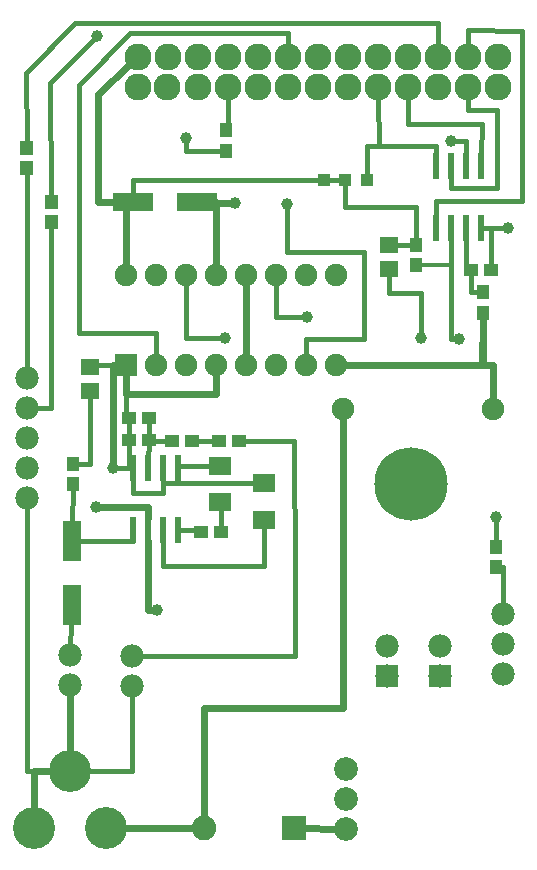
<source format=gtl>
G04 MADE WITH FRITZING*
G04 WWW.FRITZING.ORG*
G04 DOUBLE SIDED*
G04 HOLES PLATED*
G04 CONTOUR ON CENTER OF CONTOUR VECTOR*
%ASAXBY*%
%FSLAX23Y23*%
%MOIN*%
%OFA0B0*%
%SFA1.0B1.0*%
%ADD10C,0.039370*%
%ADD11C,0.082000*%
%ADD12C,0.244094*%
%ADD13C,0.079370*%
%ADD14C,0.140000*%
%ADD15C,0.075000*%
%ADD16C,0.078000*%
%ADD17C,0.089639*%
%ADD18C,0.089583*%
%ADD19R,0.043307X0.047244*%
%ADD20R,0.082000X0.082000*%
%ADD21R,0.137795X0.062992*%
%ADD22R,0.039370X0.039370*%
%ADD23R,0.074803X0.062992*%
%ADD24R,0.024000X0.087000*%
%ADD25R,0.047244X0.043307*%
%ADD26R,0.059055X0.055118*%
%ADD27R,0.062992X0.137795*%
%ADD28R,0.075000X0.075000*%
%ADD29R,0.078000X0.078000*%
%ADD30C,0.016000*%
%ADD31C,0.024000*%
%ADD32C,0.012000*%
%LNCOPPER1*%
G90*
G70*
G54D10*
X1501Y2403D03*
X1689Y2113D03*
X1019Y1818D03*
X747Y1746D03*
X375Y1315D03*
X316Y1185D03*
X519Y842D03*
X1400Y1747D03*
X1526Y1744D03*
X618Y2415D03*
X1651Y1152D03*
X782Y2197D03*
X954Y2194D03*
G54D11*
X976Y113D03*
X678Y113D03*
G54D10*
X321Y2755D03*
G54D12*
X1367Y1260D03*
G54D13*
X1150Y112D03*
X1150Y212D03*
X1150Y312D03*
G54D14*
X350Y113D03*
X110Y113D03*
X230Y303D03*
X350Y113D03*
X110Y113D03*
X230Y303D03*
G54D15*
X416Y1658D03*
X416Y1958D03*
X516Y1658D03*
X516Y1958D03*
X616Y1658D03*
X616Y1958D03*
X716Y1658D03*
X716Y1958D03*
X816Y1658D03*
X816Y1958D03*
X916Y1658D03*
X916Y1958D03*
X1016Y1658D03*
X1016Y1958D03*
X1116Y1658D03*
X1116Y1958D03*
G54D16*
X1286Y622D03*
X1286Y722D03*
X1464Y620D03*
X1464Y720D03*
G54D15*
X1139Y1512D03*
X1639Y1512D03*
G54D16*
X230Y689D03*
X230Y589D03*
X438Y687D03*
X438Y587D03*
X87Y1213D03*
X87Y1313D03*
X87Y1413D03*
X87Y1513D03*
X87Y1613D03*
X1674Y626D03*
X1674Y726D03*
X1674Y826D03*
G54D17*
X456Y2684D03*
G54D18*
X556Y2684D03*
X656Y2684D03*
X756Y2684D03*
X856Y2684D03*
X956Y2684D03*
X1056Y2684D03*
X1156Y2684D03*
X1256Y2684D03*
X1356Y2684D03*
X1456Y2684D03*
X1556Y2684D03*
X1656Y2684D03*
X456Y2584D03*
X555Y2584D03*
X656Y2584D03*
X756Y2584D03*
X856Y2584D03*
X956Y2584D03*
X1056Y2584D03*
X1156Y2584D03*
X1256Y2584D03*
X1356Y2584D03*
X1456Y2585D03*
X1556Y2585D03*
X1656Y2585D03*
G54D19*
X751Y2372D03*
X751Y2439D03*
G54D20*
X977Y113D03*
G54D21*
X440Y2199D03*
X653Y2199D03*
G54D22*
X1147Y2275D03*
X1219Y2275D03*
X1077Y2274D03*
G54D23*
X877Y1263D03*
X877Y1141D03*
X730Y1322D03*
X730Y1200D03*
G54D24*
X1501Y2113D03*
X1451Y2319D03*
X1551Y2319D03*
X1551Y2113D03*
X1501Y2319D03*
X1601Y2113D03*
X1601Y2319D03*
X1451Y2113D03*
X542Y1314D03*
X592Y1108D03*
X492Y1108D03*
X492Y1314D03*
X542Y1108D03*
X442Y1314D03*
X442Y1108D03*
X592Y1314D03*
G54D25*
X1568Y1975D03*
X1635Y1975D03*
G54D26*
X1294Y1976D03*
X1294Y2057D03*
G54D19*
X1649Y984D03*
X1649Y1051D03*
X1384Y1990D03*
X1384Y2057D03*
G54D25*
X734Y1102D03*
X667Y1102D03*
G54D19*
X1606Y1832D03*
X1606Y1899D03*
G54D26*
X298Y1651D03*
X298Y1571D03*
G54D25*
X493Y1408D03*
X426Y1408D03*
G54D19*
X240Y1261D03*
X240Y1328D03*
G54D25*
X428Y1482D03*
X495Y1482D03*
X726Y1405D03*
X793Y1405D03*
X569Y1405D03*
X636Y1405D03*
G54D27*
X236Y1069D03*
X236Y856D03*
G54D28*
X416Y1658D03*
G54D29*
X1286Y622D03*
X1464Y620D03*
G54D30*
X756Y2439D02*
X756Y2555D01*
D02*
X1451Y2205D02*
X1738Y2205D01*
D02*
X1738Y2205D02*
X1738Y2771D01*
D02*
X1738Y2771D02*
X1557Y2775D01*
D02*
X1451Y2151D02*
X1451Y2205D01*
D02*
X1557Y2775D02*
X1556Y2714D01*
D02*
X751Y2439D02*
X756Y2439D01*
D02*
X1357Y2460D02*
X1356Y2555D01*
D02*
X1557Y2506D02*
X1556Y2555D01*
D02*
X1451Y2386D02*
X1259Y2386D01*
D02*
X1259Y2386D02*
X1256Y2555D01*
D02*
X1451Y2357D02*
X1451Y2386D01*
D02*
X1551Y2403D02*
X1515Y2403D01*
D02*
X1551Y2357D02*
X1551Y2403D01*
D02*
X1602Y2460D02*
X1357Y2460D01*
D02*
X1601Y2357D02*
X1603Y2460D01*
D02*
X1501Y2248D02*
X1653Y2248D01*
D02*
X1653Y2248D02*
X1654Y2506D01*
D02*
X1501Y2281D02*
X1501Y2248D01*
D02*
X1654Y2506D02*
X1557Y2506D01*
D02*
X1318Y2057D02*
X1368Y2057D01*
D02*
X1635Y2113D02*
X1608Y2113D01*
D02*
X1635Y1991D02*
X1635Y2113D01*
D02*
X1551Y1975D02*
X1568Y1975D01*
D02*
X1676Y2113D02*
X1608Y2113D01*
D02*
X1568Y1899D02*
X1568Y1959D01*
D02*
X1590Y1899D02*
X1568Y1899D01*
G54D31*
D02*
X816Y1686D02*
X816Y1929D01*
G54D30*
D02*
X1551Y2075D02*
X1551Y1975D01*
G54D31*
D02*
X1639Y1657D02*
X1639Y1540D01*
G54D30*
D02*
X616Y1746D02*
X733Y1746D01*
D02*
X916Y1818D02*
X1005Y1818D01*
G54D31*
D02*
X1605Y1657D02*
X1639Y1657D01*
G54D30*
D02*
X916Y1935D02*
X916Y1818D01*
D02*
X616Y1935D02*
X616Y1746D01*
G54D31*
D02*
X1606Y1814D02*
X1605Y1657D01*
G54D30*
D02*
X298Y1328D02*
X298Y1549D01*
D02*
X708Y1405D02*
X654Y1405D01*
D02*
X234Y793D02*
X231Y713D01*
D02*
X239Y1243D02*
X237Y1132D01*
D02*
X256Y1328D02*
X298Y1328D01*
D02*
X428Y1408D02*
X428Y1465D01*
D02*
X493Y1405D02*
X493Y1408D01*
D02*
X493Y1482D02*
X493Y1424D01*
D02*
X416Y1635D02*
X416Y1482D01*
D02*
X416Y1482D02*
X428Y1482D01*
D02*
X426Y1408D02*
X428Y1408D01*
D02*
X495Y1482D02*
X493Y1482D01*
D02*
X551Y1405D02*
X493Y1405D01*
D02*
X426Y1314D02*
X426Y1391D01*
D02*
X592Y1322D02*
X592Y1314D01*
D02*
X542Y1263D02*
X542Y1276D01*
D02*
X698Y1322D02*
X592Y1322D01*
D02*
X845Y1263D02*
X542Y1263D01*
D02*
X492Y1352D02*
X493Y1391D01*
D02*
X435Y1314D02*
X426Y1314D01*
D02*
X435Y1314D02*
X388Y1315D01*
D02*
X541Y1229D02*
X442Y1229D01*
D02*
X541Y1276D02*
X541Y1229D01*
D02*
X442Y1229D02*
X442Y1276D01*
D02*
X442Y1070D02*
X442Y1069D01*
D02*
X442Y1069D02*
X262Y1069D01*
G54D31*
D02*
X492Y1185D02*
X492Y1146D01*
D02*
X335Y1185D02*
X492Y1185D01*
G54D30*
D02*
X438Y303D02*
X285Y303D01*
D02*
X734Y1200D02*
X734Y1118D01*
D02*
X730Y1200D02*
X734Y1200D01*
G54D31*
D02*
X230Y559D02*
X230Y364D01*
G54D30*
D02*
X438Y563D02*
X438Y303D01*
D02*
X979Y687D02*
X979Y957D01*
D02*
X667Y1108D02*
X667Y1102D01*
D02*
X976Y1405D02*
X811Y1405D01*
D02*
X598Y1108D02*
X667Y1108D01*
D02*
X463Y687D02*
X979Y687D01*
D02*
X979Y957D02*
X976Y1405D01*
D02*
X542Y988D02*
X542Y1070D01*
D02*
X877Y1115D02*
X877Y988D01*
D02*
X877Y988D02*
X542Y988D01*
D02*
X1400Y1897D02*
X1294Y1897D01*
D02*
X1294Y1897D02*
X1294Y1954D01*
D02*
X1400Y1761D02*
X1400Y1897D01*
G54D31*
D02*
X492Y842D02*
X500Y842D01*
D02*
X492Y1070D02*
X492Y842D01*
D02*
X110Y303D02*
X110Y174D01*
D02*
X375Y1658D02*
X375Y1334D01*
D02*
X387Y1658D02*
X375Y1658D01*
G54D30*
D02*
X1501Y1744D02*
X1512Y1744D01*
G54D31*
D02*
X169Y303D02*
X110Y303D01*
G54D30*
D02*
X1501Y2075D02*
X1501Y1744D01*
G54D31*
D02*
X1144Y1658D02*
X1606Y1658D01*
D02*
X1606Y1658D02*
X1606Y1814D01*
D02*
X716Y2199D02*
X716Y1986D01*
D02*
X653Y2199D02*
X716Y2199D01*
G54D30*
D02*
X298Y1658D02*
X298Y1651D01*
D02*
X393Y1658D02*
X298Y1658D01*
D02*
X618Y2372D02*
X618Y2402D01*
D02*
X735Y2372D02*
X618Y2372D01*
D02*
X165Y2597D02*
X311Y2745D01*
D02*
X168Y2218D02*
X165Y2597D01*
D02*
X87Y303D02*
X174Y303D01*
D02*
X87Y1188D02*
X87Y303D01*
G54D31*
D02*
X416Y2199D02*
X440Y2199D01*
D02*
X325Y2199D02*
X377Y2199D01*
D02*
X430Y2660D02*
X325Y2560D01*
D02*
X325Y2560D02*
X325Y2199D01*
D02*
X416Y1986D02*
X416Y2199D01*
G54D30*
D02*
X168Y1513D02*
X111Y1513D01*
D02*
X86Y2294D02*
X87Y1638D01*
D02*
X168Y2115D02*
X168Y1513D01*
G54D32*
D02*
X1400Y1990D02*
X1501Y1990D01*
D02*
X1501Y1990D02*
X1501Y2075D01*
G54D30*
D02*
X1651Y1139D02*
X1649Y1069D01*
G54D31*
D02*
X716Y2198D02*
X763Y2198D01*
G54D30*
D02*
X1674Y984D02*
X1674Y851D01*
D02*
X1665Y984D02*
X1674Y984D01*
D02*
X1210Y1744D02*
X1210Y2033D01*
D02*
X1016Y1744D02*
X1210Y1744D01*
D02*
X1016Y1681D02*
X1016Y1744D01*
G54D31*
D02*
X416Y1562D02*
X716Y1562D01*
D02*
X416Y1629D02*
X416Y1562D01*
D02*
X716Y1562D02*
X716Y1629D01*
G54D30*
D02*
X1384Y2183D02*
X1147Y2183D01*
D02*
X1147Y2183D02*
X1147Y2254D01*
D02*
X1384Y2075D02*
X1384Y2183D01*
D02*
X440Y2274D02*
X1056Y2274D01*
D02*
X440Y2225D02*
X440Y2274D01*
D02*
X1219Y2388D02*
X1219Y2297D01*
D02*
X1260Y2388D02*
X1219Y2388D01*
D02*
X1256Y2555D02*
X1260Y2388D01*
D02*
X954Y2033D02*
X954Y2180D01*
D02*
X1210Y2033D02*
X954Y2033D01*
D02*
X1125Y2275D02*
X1099Y2274D01*
G54D31*
D02*
X1120Y112D02*
X1008Y113D01*
D02*
X1139Y514D02*
X678Y514D01*
D02*
X678Y514D02*
X678Y145D01*
D02*
X1139Y1483D02*
X1139Y514D01*
G54D30*
D02*
X262Y2591D02*
X431Y2764D01*
D02*
X431Y2764D02*
X957Y2764D01*
D02*
X957Y2764D02*
X956Y2713D01*
D02*
X248Y2796D02*
X1457Y2796D01*
D02*
X1457Y2796D02*
X1456Y2714D01*
D02*
X262Y1764D02*
X262Y2591D01*
D02*
X516Y1764D02*
X262Y1764D01*
D02*
X516Y1681D02*
X516Y1764D01*
D02*
X85Y2629D02*
X248Y2796D01*
D02*
X86Y2397D02*
X85Y2629D01*
G54D31*
D02*
X678Y145D02*
X678Y113D01*
D02*
X678Y113D02*
X411Y113D01*
G36*
X190Y2177D02*
X147Y2177D01*
X147Y2224D01*
X190Y2224D01*
X190Y2177D01*
G37*
D02*
G36*
X190Y2110D02*
X147Y2110D01*
X147Y2157D01*
X190Y2157D01*
X190Y2110D01*
G37*
D02*
G36*
X107Y2356D02*
X64Y2356D01*
X64Y2403D01*
X107Y2403D01*
X107Y2356D01*
G37*
D02*
G36*
X107Y2289D02*
X64Y2289D01*
X64Y2336D01*
X107Y2336D01*
X107Y2289D01*
G37*
D02*
G04 End of Copper1*
M02*
</source>
